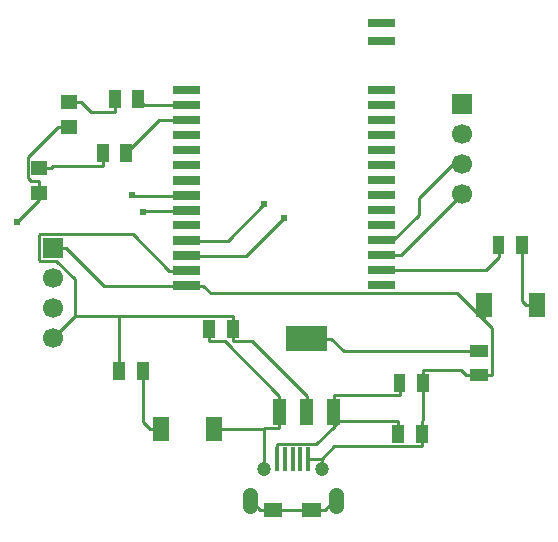
<source format=gtl>
G04 Layer: TopLayer*
G04 EasyEDA v6.4.14, 2021-02-19T19:43:34--5:00*
G04 2728a531d0ad4e71a9f6f8894443a7d9,7db2125e4611476bb2993bf99425ef50,10*
G04 Gerber Generator version 0.2*
G04 Scale: 100 percent, Rotated: No, Reflected: No *
G04 Dimensions in millimeters *
G04 leading zeros omitted , absolute positions ,4 integer and 5 decimal *
%FSLAX45Y45*%
%MOMM*%

%ADD10C,0.2540*%
%ADD11C,0.2600*%
%ADD12C,0.6100*%
%ADD13R,1.3500X2.0000*%
%ADD14R,1.3995X1.3005*%
%ADD15R,1.0000X1.5500*%
%ADD16R,0.4000X2.0000*%
%ADD20R,1.5500X1.0000*%
%ADD22R,1.7000X1.7000*%
%ADD23C,1.7000*%
%ADD24C,1.2000*%
%ADD25C,1.3000*%

%LPD*%
D10*
X3998595Y3071495D02*
G01*
X3922395Y3071495D01*
X3630295Y2779395D01*
X3630295Y2639695D01*
X3413886Y2423287D01*
X3312795Y2423287D01*
X3312795Y2423287D02*
G01*
X3350386Y2423287D01*
X1152194Y3160395D02*
G01*
X1431086Y3439287D01*
X1661795Y3439287D01*
X1253794Y3617595D02*
G01*
X1304594Y3566795D01*
X1661795Y3566795D01*
X1661769Y2420899D02*
G01*
X2014499Y2420899D01*
X2322195Y2728595D01*
X1661769Y2293899D02*
G01*
X2166899Y2293899D01*
X2487295Y2614295D01*
X3312795Y2296287D02*
G01*
X3477386Y2296287D01*
X3998595Y2817495D01*
X1293495Y2665095D02*
G01*
X1303299Y2674899D01*
X1661769Y2674899D01*
X1204595Y2804795D02*
G01*
X1207490Y2801899D01*
X1661769Y2801899D01*
X417195Y2826765D02*
G01*
X417195Y2766695D01*
X226695Y2576195D01*
X417195Y2826765D02*
G01*
X417195Y2766695D01*
D11*
X1053719Y3510915D02*
G01*
X855090Y3510915D01*
X770509Y3595497D01*
X1053719Y3617595D02*
G01*
X1053719Y3510915D01*
X671195Y3595497D02*
G01*
X770509Y3595497D01*
X3312795Y2169287D02*
G01*
X4195445Y2169287D01*
X4304919Y2279015D01*
X4304919Y2385695D02*
G01*
X4304919Y2279015D01*
X4138295Y1482471D02*
G01*
X2991993Y1482471D01*
X2883535Y1590675D01*
X2679065Y1590675D02*
G01*
X2883535Y1590675D01*
X3466719Y1110615D02*
G01*
X2910204Y1110615D01*
X2907665Y1108075D01*
X3466719Y1217295D02*
G01*
X3466719Y1110615D01*
X2907665Y970915D02*
G01*
X2907665Y1108075D01*
X3454019Y785495D02*
G01*
X3454019Y892175D01*
X2907665Y970915D02*
G01*
X2907665Y844169D01*
X2907665Y844169D02*
G01*
X2761869Y698627D01*
X2432431Y698627D01*
X2432431Y569340D02*
G01*
X2432431Y698627D01*
X3454019Y892175D02*
G01*
X2955670Y892175D01*
X2907665Y844169D01*
X2679065Y970915D02*
G01*
X2679065Y1108075D01*
X2053970Y1674495D02*
G01*
X2053970Y1578229D01*
X2053970Y1578229D02*
G01*
X2053970Y1567815D01*
X2219325Y1567815D01*
X2679065Y1108075D01*
X2053970Y1674495D02*
G01*
X2053970Y1781175D01*
X1661795Y2167001D02*
G01*
X1517522Y2167001D01*
X1209929Y2474595D01*
X424815Y2474595D01*
X417195Y2466975D01*
X417195Y2253615D01*
X424815Y2245995D01*
X560451Y2245995D01*
X714375Y2092071D01*
X714375Y1781175D01*
X531495Y1598295D02*
G01*
X714375Y1781175D01*
X1091819Y1318895D02*
G01*
X1091819Y1425575D01*
X1091819Y1781175D02*
G01*
X1091819Y1425575D01*
X714375Y1781175D02*
G01*
X1091819Y1781175D01*
X1091819Y1781175D02*
G01*
X2053970Y1781175D01*
X4505070Y2385695D02*
G01*
X4505070Y1905889D01*
X4533265Y1877695D01*
X4630038Y1877695D02*
G01*
X4533265Y1877695D01*
X1291970Y1318895D02*
G01*
X1291970Y884301D01*
X1352677Y823595D01*
X1449451Y823595D02*
G01*
X1352677Y823595D01*
X952119Y3053715D02*
G01*
X533273Y3053715D01*
X516509Y3036697D01*
X952119Y3160395D02*
G01*
X952119Y3053715D01*
X417195Y3036697D02*
G01*
X516509Y3036697D01*
X4031615Y1282319D02*
G01*
X3989959Y1323975D01*
X3666870Y1323975D01*
X4138295Y1282319D02*
G01*
X4031615Y1282319D01*
X3666870Y1270635D02*
G01*
X3666870Y1323975D01*
X3666870Y1270635D02*
G01*
X3666870Y1217295D01*
X3666870Y1217295D02*
G01*
X3666870Y904875D01*
X3654170Y892175D01*
X531495Y2360295D02*
G01*
X645795Y2360295D01*
X3654170Y813689D02*
G01*
X3654170Y892175D01*
X3654170Y813689D02*
G01*
X3654170Y785495D01*
X3654170Y785495D02*
G01*
X3654170Y678815D01*
X2447925Y970915D02*
G01*
X2447925Y833755D01*
X1899538Y823595D02*
G01*
X1996313Y823595D01*
X2806065Y569340D02*
G01*
X2692527Y569340D01*
X3654170Y678815D02*
G01*
X2915538Y678815D01*
X2806065Y569340D01*
X2806065Y569340D02*
G01*
X2806065Y490855D01*
X2201545Y220853D02*
G01*
X2204847Y220853D01*
X2285872Y139827D01*
X2925445Y220853D02*
G01*
X2915031Y220853D01*
X2832227Y138049D01*
X2723006Y138049D02*
G01*
X2832227Y138049D01*
X2340483Y139827D02*
G01*
X2285872Y139827D01*
X2340483Y139827D02*
G01*
X2395093Y139827D01*
X2395093Y139827D02*
G01*
X2612263Y139827D01*
X2613786Y138049D01*
X2723006Y138049D02*
G01*
X2613786Y138049D01*
X2320925Y823595D02*
G01*
X1996313Y823595D01*
X2320925Y490855D02*
G01*
X2320925Y823595D01*
X2320925Y823595D02*
G01*
X2331085Y833755D01*
X2447925Y833755D01*
X2447925Y970915D02*
G01*
X2447925Y1108075D01*
X4179951Y1748409D02*
G01*
X4244975Y1683385D01*
X4244975Y1282319D01*
X4179951Y1877695D02*
G01*
X4179951Y1748409D01*
X4138295Y1282319D02*
G01*
X4244975Y1282319D01*
X1853819Y1674495D02*
G01*
X1853819Y1567815D01*
X1661795Y2040001D02*
G01*
X966088Y2040001D01*
X645795Y2360295D01*
X1806067Y2040001D02*
G01*
X1867788Y1978025D01*
X3950335Y1978025D01*
X4179951Y1748409D01*
X1661795Y2040001D02*
G01*
X1806067Y2040001D01*
X571881Y3385439D02*
G01*
X317881Y3131439D01*
X317881Y2949575D01*
X346582Y2921127D01*
X417195Y2921127D01*
X671195Y3385439D02*
G01*
X571881Y3385439D01*
X417195Y2826639D02*
G01*
X417195Y2921127D01*
X417195Y2826639D02*
G01*
X417195Y2921127D01*
X1853819Y1567815D02*
G01*
X1988185Y1567815D01*
X2447925Y1108075D01*
D13*
G01*
X1899488Y823595D03*
G01*
X1449501Y823595D03*
G01*
X4629988Y1877695D03*
G01*
X4180001Y1877695D03*
D14*
G01*
X417195Y3036824D03*
G01*
X417195Y2826765D03*
G01*
X671195Y3595624D03*
G01*
X671195Y3385565D03*
D15*
G01*
X952195Y3160395D03*
G01*
X1152194Y3160395D03*
G01*
X1053795Y3617595D03*
G01*
X1253794Y3617595D03*
G01*
X1091895Y1318895D03*
G01*
X1291894Y1318895D03*
D16*
G01*
X2692450Y569290D03*
G01*
X2627452Y569290D03*
G01*
X2562453Y569290D03*
G01*
X2497454Y569290D03*
G01*
X2432456Y569290D03*
G36*
X2643047Y198094D02*
G01*
X2803067Y198094D01*
X2803067Y78105D01*
X2643047Y78105D01*
G37*
G36*
X2315184Y199720D02*
G01*
X2475204Y199720D01*
X2475204Y79730D01*
X2315184Y79730D01*
G37*
G36*
X2393315Y1078865D02*
G01*
X2502535Y1078865D01*
X2502535Y862965D01*
X2393315Y862965D01*
G37*
G36*
X2624454Y1078865D02*
G01*
X2733675Y1078865D01*
X2733675Y862965D01*
X2624454Y862965D01*
G37*
G36*
X2853054Y1078865D02*
G01*
X2962275Y1078865D01*
X2962275Y862965D01*
X2853054Y862965D01*
G37*
G36*
X2503804Y1698625D02*
G01*
X2854325Y1698625D01*
X2854325Y1482725D01*
X2503804Y1482725D01*
G37*
G36*
X4454994Y2463195D02*
G01*
X4554994Y2463195D01*
X4554994Y2308194D01*
X4454994Y2308194D01*
G37*
G36*
X4254995Y2463195D02*
G01*
X4354995Y2463195D01*
X4354995Y2308194D01*
X4254995Y2308194D01*
G37*
G36*
X3404095Y862995D02*
G01*
X3504095Y862995D01*
X3504095Y707994D01*
X3404095Y707994D01*
G37*
G36*
X3604094Y862995D02*
G01*
X3704094Y862995D01*
X3704094Y707994D01*
X3604094Y707994D01*
G37*
D15*
G01*
X2053894Y1674495D03*
G01*
X1853895Y1674495D03*
G36*
X3416795Y1294795D02*
G01*
X3516795Y1294795D01*
X3516795Y1139794D01*
X3416795Y1139794D01*
G37*
G36*
X3616794Y1294795D02*
G01*
X3716794Y1294795D01*
X3716794Y1139794D01*
X3616794Y1139794D01*
G37*
D20*
G01*
X4138295Y1482394D03*
G01*
X4138295Y1282395D03*
G36*
X3427796Y4300293D02*
G01*
X3197793Y4300293D01*
X3197793Y4230291D01*
X3427796Y4230291D01*
G37*
G36*
X3427796Y4148292D02*
G01*
X3197793Y4148292D01*
X3197793Y4078290D01*
X3427796Y4078290D01*
G37*
G36*
X3427796Y3728293D02*
G01*
X3197793Y3728293D01*
X3197793Y3658290D01*
X3427796Y3658290D01*
G37*
G36*
X3427796Y3601293D02*
G01*
X3197793Y3601293D01*
X3197793Y3531290D01*
X3427796Y3531290D01*
G37*
G36*
X3427796Y3474293D02*
G01*
X3197793Y3474293D01*
X3197793Y3404290D01*
X3427796Y3404290D01*
G37*
G36*
X3427796Y3347293D02*
G01*
X3197793Y3347293D01*
X3197793Y3277290D01*
X3427796Y3277290D01*
G37*
G36*
X1546804Y3728285D02*
G01*
X1776806Y3728285D01*
X1776806Y3658283D01*
X1546804Y3658283D01*
G37*
G36*
X1546804Y3601786D02*
G01*
X1776806Y3601786D01*
X1776806Y3531783D01*
X1546804Y3531783D01*
G37*
G36*
X1546804Y3474285D02*
G01*
X1776806Y3474285D01*
X1776806Y3404283D01*
X1546804Y3404283D01*
G37*
G36*
X1546804Y3347285D02*
G01*
X1776806Y3347285D01*
X1776806Y3277283D01*
X1546804Y3277283D01*
G37*
G36*
X1546804Y3220285D02*
G01*
X1776806Y3220285D01*
X1776806Y3150283D01*
X1546804Y3150283D01*
G37*
G36*
X1546804Y3093285D02*
G01*
X1776806Y3093285D01*
X1776806Y3023283D01*
X1546804Y3023283D01*
G37*
G36*
X3427796Y3220293D02*
G01*
X3197793Y3220293D01*
X3197793Y3150290D01*
X3427796Y3150290D01*
G37*
G36*
X3427796Y3093293D02*
G01*
X3197793Y3093293D01*
X3197793Y3023290D01*
X3427796Y3023290D01*
G37*
G36*
X3427796Y2966293D02*
G01*
X3197793Y2966293D01*
X3197793Y2896290D01*
X3427796Y2896290D01*
G37*
G36*
X3427796Y2769298D02*
G01*
X3197793Y2769298D01*
X3197793Y2839300D01*
X3427796Y2839300D01*
G37*
G36*
X3427796Y2515295D02*
G01*
X3197793Y2515295D01*
X3197793Y2585298D01*
X3427796Y2585298D01*
G37*
G36*
X3427796Y2642293D02*
G01*
X3197793Y2642293D01*
X3197793Y2712295D01*
X3427796Y2712295D01*
G37*
G36*
X3427796Y2134293D02*
G01*
X3197793Y2134293D01*
X3197793Y2204295D01*
X3427796Y2204295D01*
G37*
G36*
X3427796Y2007295D02*
G01*
X3197793Y2007295D01*
X3197793Y2077298D01*
X3427796Y2077298D01*
G37*
G36*
X3427796Y2261298D02*
G01*
X3197793Y2261298D01*
X3197793Y2331300D01*
X3427796Y2331300D01*
G37*
G36*
X3427796Y2458293D02*
G01*
X3197793Y2458293D01*
X3197793Y2388290D01*
X3427796Y2388290D01*
G37*
G36*
X1546804Y2515288D02*
G01*
X1776806Y2515288D01*
X1776806Y2585290D01*
X1546804Y2585290D01*
G37*
G36*
X1546778Y2709895D02*
G01*
X1776780Y2709895D01*
X1776780Y2639893D01*
X1546778Y2639893D01*
G37*
G36*
X1546778Y2963898D02*
G01*
X1776780Y2963898D01*
X1776780Y2893895D01*
X1546778Y2893895D01*
G37*
G36*
X1546778Y2836900D02*
G01*
X1776780Y2836900D01*
X1776780Y2766898D01*
X1546778Y2766898D01*
G37*
G36*
X1546778Y2328900D02*
G01*
X1776780Y2328900D01*
X1776780Y2258898D01*
X1546778Y2258898D01*
G37*
G36*
X1546778Y2455898D02*
G01*
X1776780Y2455898D01*
X1776780Y2385895D01*
X1546778Y2385895D01*
G37*
G36*
X1546778Y2201895D02*
G01*
X1776780Y2201895D01*
X1776780Y2131893D01*
X1546778Y2131893D01*
G37*
G36*
X1546778Y2004900D02*
G01*
X1776780Y2004900D01*
X1776780Y2074903D01*
X1546778Y2074903D01*
G37*
D22*
G01*
X3998595Y3579495D03*
D23*
G01*
X3998595Y3325495D03*
G01*
X3998595Y3071495D03*
G01*
X3998595Y2817495D03*
D22*
G01*
X531495Y2360295D03*
D23*
G01*
X531495Y2106295D03*
G01*
X531495Y1852295D03*
G01*
X531495Y1598295D03*
D24*
G01*
X2321001Y490829D03*
G01*
X2805988Y490829D03*
D12*
G01*
X226695Y2576195D03*
G01*
X1204595Y2804795D03*
G01*
X1293495Y2665095D03*
G01*
X2487295Y2614295D03*
G01*
X2322195Y2728595D03*
D25*
X2925445Y265826D02*
G01*
X2925445Y175826D01*
X2201545Y265826D02*
G01*
X2201545Y175826D01*
M02*

</source>
